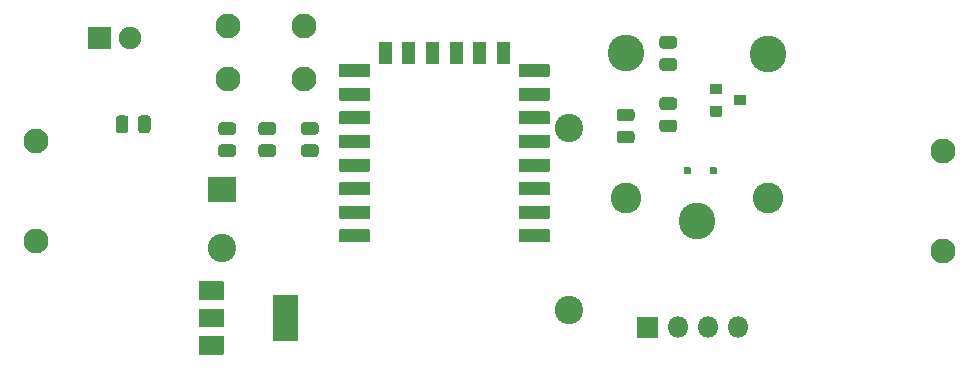
<source format=gbs>
G04 #@! TF.GenerationSoftware,KiCad,Pcbnew,5.1.12-84ad8e8a86~92~ubuntu20.04.1*
G04 #@! TF.CreationDate,2021-11-22T17:19:42+01:00*
G04 #@! TF.ProjectId,iotOnOff,696f744f-6e4f-4666-962e-6b696361645f,rev?*
G04 #@! TF.SameCoordinates,Original*
G04 #@! TF.FileFunction,Soldermask,Bot*
G04 #@! TF.FilePolarity,Negative*
%FSLAX46Y46*%
G04 Gerber Fmt 4.6, Leading zero omitted, Abs format (unit mm)*
G04 Created by KiCad (PCBNEW 5.1.12-84ad8e8a86~92~ubuntu20.04.1) date 2021-11-22 17:19:42*
%MOMM*%
%LPD*%
G01*
G04 APERTURE LIST*
%ADD10C,2.402000*%
%ADD11C,2.102000*%
%ADD12O,1.802000X1.802000*%
%ADD13C,2.602000*%
%ADD14C,3.102000*%
%ADD15C,1.902000*%
G04 APERTURE END LIST*
G36*
G01*
X127249000Y-100150000D02*
X127249000Y-99150000D01*
G75*
G02*
X127300000Y-99099000I51000J0D01*
G01*
X129800000Y-99099000D01*
G75*
G02*
X129851000Y-99150000I0J-51000D01*
G01*
X129851000Y-100150000D01*
G75*
G02*
X129800000Y-100201000I-51000J0D01*
G01*
X127300000Y-100201000D01*
G75*
G02*
X127249000Y-100150000I0J51000D01*
G01*
G37*
G36*
G01*
X127249000Y-98150000D02*
X127249000Y-97150000D01*
G75*
G02*
X127300000Y-97099000I51000J0D01*
G01*
X129800000Y-97099000D01*
G75*
G02*
X129851000Y-97150000I0J-51000D01*
G01*
X129851000Y-98150000D01*
G75*
G02*
X129800000Y-98201000I-51000J0D01*
G01*
X127300000Y-98201000D01*
G75*
G02*
X127249000Y-98150000I0J51000D01*
G01*
G37*
G36*
G01*
X127249000Y-96150000D02*
X127249000Y-95150000D01*
G75*
G02*
X127300000Y-95099000I51000J0D01*
G01*
X129800000Y-95099000D01*
G75*
G02*
X129851000Y-95150000I0J-51000D01*
G01*
X129851000Y-96150000D01*
G75*
G02*
X129800000Y-96201000I-51000J0D01*
G01*
X127300000Y-96201000D01*
G75*
G02*
X127249000Y-96150000I0J51000D01*
G01*
G37*
G36*
G01*
X127249000Y-94150000D02*
X127249000Y-93150000D01*
G75*
G02*
X127300000Y-93099000I51000J0D01*
G01*
X129800000Y-93099000D01*
G75*
G02*
X129851000Y-93150000I0J-51000D01*
G01*
X129851000Y-94150000D01*
G75*
G02*
X129800000Y-94201000I-51000J0D01*
G01*
X127300000Y-94201000D01*
G75*
G02*
X127249000Y-94150000I0J51000D01*
G01*
G37*
G36*
G01*
X127249000Y-92150000D02*
X127249000Y-91150000D01*
G75*
G02*
X127300000Y-91099000I51000J0D01*
G01*
X129800000Y-91099000D01*
G75*
G02*
X129851000Y-91150000I0J-51000D01*
G01*
X129851000Y-92150000D01*
G75*
G02*
X129800000Y-92201000I-51000J0D01*
G01*
X127300000Y-92201000D01*
G75*
G02*
X127249000Y-92150000I0J51000D01*
G01*
G37*
G36*
G01*
X127249000Y-90150000D02*
X127249000Y-89150000D01*
G75*
G02*
X127300000Y-89099000I51000J0D01*
G01*
X129800000Y-89099000D01*
G75*
G02*
X129851000Y-89150000I0J-51000D01*
G01*
X129851000Y-90150000D01*
G75*
G02*
X129800000Y-90201000I-51000J0D01*
G01*
X127300000Y-90201000D01*
G75*
G02*
X127249000Y-90150000I0J51000D01*
G01*
G37*
G36*
G01*
X127249000Y-88150000D02*
X127249000Y-87150000D01*
G75*
G02*
X127300000Y-87099000I51000J0D01*
G01*
X129800000Y-87099000D01*
G75*
G02*
X129851000Y-87150000I0J-51000D01*
G01*
X129851000Y-88150000D01*
G75*
G02*
X129800000Y-88201000I-51000J0D01*
G01*
X127300000Y-88201000D01*
G75*
G02*
X127249000Y-88150000I0J51000D01*
G01*
G37*
G36*
G01*
X127249000Y-86150000D02*
X127249000Y-85150000D01*
G75*
G02*
X127300000Y-85099000I51000J0D01*
G01*
X129800000Y-85099000D01*
G75*
G02*
X129851000Y-85150000I0J-51000D01*
G01*
X129851000Y-86150000D01*
G75*
G02*
X129800000Y-86201000I-51000J0D01*
G01*
X127300000Y-86201000D01*
G75*
G02*
X127249000Y-86150000I0J51000D01*
G01*
G37*
G36*
G01*
X130599000Y-85050000D02*
X130599000Y-83250000D01*
G75*
G02*
X130650000Y-83199000I51000J0D01*
G01*
X131650000Y-83199000D01*
G75*
G02*
X131701000Y-83250000I0J-51000D01*
G01*
X131701000Y-85050000D01*
G75*
G02*
X131650000Y-85101000I-51000J0D01*
G01*
X130650000Y-85101000D01*
G75*
G02*
X130599000Y-85050000I0J51000D01*
G01*
G37*
G36*
G01*
X132599000Y-85050000D02*
X132599000Y-83250000D01*
G75*
G02*
X132650000Y-83199000I51000J0D01*
G01*
X133650000Y-83199000D01*
G75*
G02*
X133701000Y-83250000I0J-51000D01*
G01*
X133701000Y-85050000D01*
G75*
G02*
X133650000Y-85101000I-51000J0D01*
G01*
X132650000Y-85101000D01*
G75*
G02*
X132599000Y-85050000I0J51000D01*
G01*
G37*
G36*
G01*
X134599000Y-85050000D02*
X134599000Y-83250000D01*
G75*
G02*
X134650000Y-83199000I51000J0D01*
G01*
X135650000Y-83199000D01*
G75*
G02*
X135701000Y-83250000I0J-51000D01*
G01*
X135701000Y-85050000D01*
G75*
G02*
X135650000Y-85101000I-51000J0D01*
G01*
X134650000Y-85101000D01*
G75*
G02*
X134599000Y-85050000I0J51000D01*
G01*
G37*
G36*
G01*
X136599000Y-85050000D02*
X136599000Y-83250000D01*
G75*
G02*
X136650000Y-83199000I51000J0D01*
G01*
X137650000Y-83199000D01*
G75*
G02*
X137701000Y-83250000I0J-51000D01*
G01*
X137701000Y-85050000D01*
G75*
G02*
X137650000Y-85101000I-51000J0D01*
G01*
X136650000Y-85101000D01*
G75*
G02*
X136599000Y-85050000I0J51000D01*
G01*
G37*
G36*
G01*
X138599000Y-85050000D02*
X138599000Y-83250000D01*
G75*
G02*
X138650000Y-83199000I51000J0D01*
G01*
X139650000Y-83199000D01*
G75*
G02*
X139701000Y-83250000I0J-51000D01*
G01*
X139701000Y-85050000D01*
G75*
G02*
X139650000Y-85101000I-51000J0D01*
G01*
X138650000Y-85101000D01*
G75*
G02*
X138599000Y-85050000I0J51000D01*
G01*
G37*
G36*
G01*
X140599000Y-85050000D02*
X140599000Y-83250000D01*
G75*
G02*
X140650000Y-83199000I51000J0D01*
G01*
X141650000Y-83199000D01*
G75*
G02*
X141701000Y-83250000I0J-51000D01*
G01*
X141701000Y-85050000D01*
G75*
G02*
X141650000Y-85101000I-51000J0D01*
G01*
X140650000Y-85101000D01*
G75*
G02*
X140599000Y-85050000I0J51000D01*
G01*
G37*
G36*
G01*
X142449000Y-86150000D02*
X142449000Y-85150000D01*
G75*
G02*
X142500000Y-85099000I51000J0D01*
G01*
X145000000Y-85099000D01*
G75*
G02*
X145051000Y-85150000I0J-51000D01*
G01*
X145051000Y-86150000D01*
G75*
G02*
X145000000Y-86201000I-51000J0D01*
G01*
X142500000Y-86201000D01*
G75*
G02*
X142449000Y-86150000I0J51000D01*
G01*
G37*
G36*
G01*
X142449000Y-88150000D02*
X142449000Y-87150000D01*
G75*
G02*
X142500000Y-87099000I51000J0D01*
G01*
X145000000Y-87099000D01*
G75*
G02*
X145051000Y-87150000I0J-51000D01*
G01*
X145051000Y-88150000D01*
G75*
G02*
X145000000Y-88201000I-51000J0D01*
G01*
X142500000Y-88201000D01*
G75*
G02*
X142449000Y-88150000I0J51000D01*
G01*
G37*
G36*
G01*
X142449000Y-90150000D02*
X142449000Y-89150000D01*
G75*
G02*
X142500000Y-89099000I51000J0D01*
G01*
X145000000Y-89099000D01*
G75*
G02*
X145051000Y-89150000I0J-51000D01*
G01*
X145051000Y-90150000D01*
G75*
G02*
X145000000Y-90201000I-51000J0D01*
G01*
X142500000Y-90201000D01*
G75*
G02*
X142449000Y-90150000I0J51000D01*
G01*
G37*
G36*
G01*
X142449000Y-92150000D02*
X142449000Y-91150000D01*
G75*
G02*
X142500000Y-91099000I51000J0D01*
G01*
X145000000Y-91099000D01*
G75*
G02*
X145051000Y-91150000I0J-51000D01*
G01*
X145051000Y-92150000D01*
G75*
G02*
X145000000Y-92201000I-51000J0D01*
G01*
X142500000Y-92201000D01*
G75*
G02*
X142449000Y-92150000I0J51000D01*
G01*
G37*
G36*
G01*
X142449000Y-94150000D02*
X142449000Y-93150000D01*
G75*
G02*
X142500000Y-93099000I51000J0D01*
G01*
X145000000Y-93099000D01*
G75*
G02*
X145051000Y-93150000I0J-51000D01*
G01*
X145051000Y-94150000D01*
G75*
G02*
X145000000Y-94201000I-51000J0D01*
G01*
X142500000Y-94201000D01*
G75*
G02*
X142449000Y-94150000I0J51000D01*
G01*
G37*
G36*
G01*
X142449000Y-96150000D02*
X142449000Y-95150000D01*
G75*
G02*
X142500000Y-95099000I51000J0D01*
G01*
X145000000Y-95099000D01*
G75*
G02*
X145051000Y-95150000I0J-51000D01*
G01*
X145051000Y-96150000D01*
G75*
G02*
X145000000Y-96201000I-51000J0D01*
G01*
X142500000Y-96201000D01*
G75*
G02*
X142449000Y-96150000I0J51000D01*
G01*
G37*
G36*
G01*
X142449000Y-98150000D02*
X142449000Y-97150000D01*
G75*
G02*
X142500000Y-97099000I51000J0D01*
G01*
X145000000Y-97099000D01*
G75*
G02*
X145051000Y-97150000I0J-51000D01*
G01*
X145051000Y-98150000D01*
G75*
G02*
X145000000Y-98201000I-51000J0D01*
G01*
X142500000Y-98201000D01*
G75*
G02*
X142449000Y-98150000I0J51000D01*
G01*
G37*
G36*
G01*
X142449000Y-100150000D02*
X142449000Y-99150000D01*
G75*
G02*
X142500000Y-99099000I51000J0D01*
G01*
X145000000Y-99099000D01*
G75*
G02*
X145051000Y-99150000I0J-51000D01*
G01*
X145051000Y-100150000D01*
G75*
G02*
X145000000Y-100201000I-51000J0D01*
G01*
X142500000Y-100201000D01*
G75*
G02*
X142449000Y-100150000I0J51000D01*
G01*
G37*
D10*
X146700000Y-105900000D03*
X117300000Y-100700000D03*
G36*
G01*
X116099000Y-96700000D02*
X116099000Y-94700000D01*
G75*
G02*
X116150000Y-94649000I51000J0D01*
G01*
X118450000Y-94649000D01*
G75*
G02*
X118501000Y-94700000I0J-51000D01*
G01*
X118501000Y-96700000D01*
G75*
G02*
X118450000Y-96751000I-51000J0D01*
G01*
X116150000Y-96751000D01*
G75*
G02*
X116099000Y-96700000I0J51000D01*
G01*
G37*
X146700000Y-90500000D03*
D11*
X124300000Y-81850000D03*
X124300000Y-86350000D03*
X117800000Y-81850000D03*
X117800000Y-86350000D03*
X178400000Y-92450000D03*
X178400000Y-100950000D03*
G36*
G01*
X154200000Y-108301000D02*
X152500000Y-108301000D01*
G75*
G02*
X152449000Y-108250000I0J51000D01*
G01*
X152449000Y-106550000D01*
G75*
G02*
X152500000Y-106499000I51000J0D01*
G01*
X154200000Y-106499000D01*
G75*
G02*
X154251000Y-106550000I0J-51000D01*
G01*
X154251000Y-108250000D01*
G75*
G02*
X154200000Y-108301000I-51000J0D01*
G01*
G37*
D12*
X155890000Y-107400000D03*
X158430000Y-107400000D03*
X160970000Y-107400000D03*
D11*
X101550000Y-100100000D03*
X101550000Y-91600000D03*
G36*
G01*
X121649000Y-108500000D02*
X121649000Y-104700000D01*
G75*
G02*
X121700000Y-104649000I51000J0D01*
G01*
X123700000Y-104649000D01*
G75*
G02*
X123751000Y-104700000I0J-51000D01*
G01*
X123751000Y-108500000D01*
G75*
G02*
X123700000Y-108551000I-51000J0D01*
G01*
X121700000Y-108551000D01*
G75*
G02*
X121649000Y-108500000I0J51000D01*
G01*
G37*
G36*
G01*
X115349000Y-107350000D02*
X115349000Y-105850000D01*
G75*
G02*
X115400000Y-105799000I51000J0D01*
G01*
X117400000Y-105799000D01*
G75*
G02*
X117451000Y-105850000I0J-51000D01*
G01*
X117451000Y-107350000D01*
G75*
G02*
X117400000Y-107401000I-51000J0D01*
G01*
X115400000Y-107401000D01*
G75*
G02*
X115349000Y-107350000I0J51000D01*
G01*
G37*
G36*
G01*
X115349000Y-105050000D02*
X115349000Y-103550000D01*
G75*
G02*
X115400000Y-103499000I51000J0D01*
G01*
X117400000Y-103499000D01*
G75*
G02*
X117451000Y-103550000I0J-51000D01*
G01*
X117451000Y-105050000D01*
G75*
G02*
X117400000Y-105101000I-51000J0D01*
G01*
X115400000Y-105101000D01*
G75*
G02*
X115349000Y-105050000I0J51000D01*
G01*
G37*
G36*
G01*
X115349000Y-109650000D02*
X115349000Y-108150000D01*
G75*
G02*
X115400000Y-108099000I51000J0D01*
G01*
X117400000Y-108099000D01*
G75*
G02*
X117451000Y-108150000I0J-51000D01*
G01*
X117451000Y-109650000D01*
G75*
G02*
X117400000Y-109701000I-51000J0D01*
G01*
X115400000Y-109701000D01*
G75*
G02*
X115349000Y-109650000I0J51000D01*
G01*
G37*
G36*
G01*
X125231750Y-92976000D02*
X124268250Y-92976000D01*
G75*
G02*
X123999000Y-92706750I0J269250D01*
G01*
X123999000Y-92168250D01*
G75*
G02*
X124268250Y-91899000I269250J0D01*
G01*
X125231750Y-91899000D01*
G75*
G02*
X125501000Y-92168250I0J-269250D01*
G01*
X125501000Y-92706750D01*
G75*
G02*
X125231750Y-92976000I-269250J0D01*
G01*
G37*
G36*
G01*
X125231750Y-91101000D02*
X124268250Y-91101000D01*
G75*
G02*
X123999000Y-90831750I0J269250D01*
G01*
X123999000Y-90293250D01*
G75*
G02*
X124268250Y-90024000I269250J0D01*
G01*
X125231750Y-90024000D01*
G75*
G02*
X125501000Y-90293250I0J-269250D01*
G01*
X125501000Y-90831750D01*
G75*
G02*
X125231750Y-91101000I-269250J0D01*
G01*
G37*
G36*
G01*
X108324000Y-90681750D02*
X108324000Y-89718250D01*
G75*
G02*
X108593250Y-89449000I269250J0D01*
G01*
X109131750Y-89449000D01*
G75*
G02*
X109401000Y-89718250I0J-269250D01*
G01*
X109401000Y-90681750D01*
G75*
G02*
X109131750Y-90951000I-269250J0D01*
G01*
X108593250Y-90951000D01*
G75*
G02*
X108324000Y-90681750I0J269250D01*
G01*
G37*
G36*
G01*
X110199000Y-90681750D02*
X110199000Y-89718250D01*
G75*
G02*
X110468250Y-89449000I269250J0D01*
G01*
X111006750Y-89449000D01*
G75*
G02*
X111276000Y-89718250I0J-269250D01*
G01*
X111276000Y-90681750D01*
G75*
G02*
X111006750Y-90951000I-269250J0D01*
G01*
X110468250Y-90951000D01*
G75*
G02*
X110199000Y-90681750I0J269250D01*
G01*
G37*
G36*
G01*
X155581750Y-85676000D02*
X154618250Y-85676000D01*
G75*
G02*
X154349000Y-85406750I0J269250D01*
G01*
X154349000Y-84868250D01*
G75*
G02*
X154618250Y-84599000I269250J0D01*
G01*
X155581750Y-84599000D01*
G75*
G02*
X155851000Y-84868250I0J-269250D01*
G01*
X155851000Y-85406750D01*
G75*
G02*
X155581750Y-85676000I-269250J0D01*
G01*
G37*
G36*
G01*
X155581750Y-83801000D02*
X154618250Y-83801000D01*
G75*
G02*
X154349000Y-83531750I0J269250D01*
G01*
X154349000Y-82993250D01*
G75*
G02*
X154618250Y-82724000I269250J0D01*
G01*
X155581750Y-82724000D01*
G75*
G02*
X155851000Y-82993250I0J-269250D01*
G01*
X155851000Y-83531750D01*
G75*
G02*
X155581750Y-83801000I-269250J0D01*
G01*
G37*
G36*
G01*
X154618250Y-87924000D02*
X155581750Y-87924000D01*
G75*
G02*
X155851000Y-88193250I0J-269250D01*
G01*
X155851000Y-88731750D01*
G75*
G02*
X155581750Y-89001000I-269250J0D01*
G01*
X154618250Y-89001000D01*
G75*
G02*
X154349000Y-88731750I0J269250D01*
G01*
X154349000Y-88193250D01*
G75*
G02*
X154618250Y-87924000I269250J0D01*
G01*
G37*
G36*
G01*
X154618250Y-89799000D02*
X155581750Y-89799000D01*
G75*
G02*
X155851000Y-90068250I0J-269250D01*
G01*
X155851000Y-90606750D01*
G75*
G02*
X155581750Y-90876000I-269250J0D01*
G01*
X154618250Y-90876000D01*
G75*
G02*
X154349000Y-90606750I0J269250D01*
G01*
X154349000Y-90068250D01*
G75*
G02*
X154618250Y-89799000I269250J0D01*
G01*
G37*
G36*
G01*
X117268250Y-90024000D02*
X118231750Y-90024000D01*
G75*
G02*
X118501000Y-90293250I0J-269250D01*
G01*
X118501000Y-90831750D01*
G75*
G02*
X118231750Y-91101000I-269250J0D01*
G01*
X117268250Y-91101000D01*
G75*
G02*
X116999000Y-90831750I0J269250D01*
G01*
X116999000Y-90293250D01*
G75*
G02*
X117268250Y-90024000I269250J0D01*
G01*
G37*
G36*
G01*
X117268250Y-91899000D02*
X118231750Y-91899000D01*
G75*
G02*
X118501000Y-92168250I0J-269250D01*
G01*
X118501000Y-92706750D01*
G75*
G02*
X118231750Y-92976000I-269250J0D01*
G01*
X117268250Y-92976000D01*
G75*
G02*
X116999000Y-92706750I0J269250D01*
G01*
X116999000Y-92168250D01*
G75*
G02*
X117268250Y-91899000I269250J0D01*
G01*
G37*
G36*
G01*
X158649000Y-89500000D02*
X158649000Y-88700000D01*
G75*
G02*
X158700000Y-88649000I51000J0D01*
G01*
X159600000Y-88649000D01*
G75*
G02*
X159651000Y-88700000I0J-51000D01*
G01*
X159651000Y-89500000D01*
G75*
G02*
X159600000Y-89551000I-51000J0D01*
G01*
X158700000Y-89551000D01*
G75*
G02*
X158649000Y-89500000I0J51000D01*
G01*
G37*
G36*
G01*
X158649000Y-87600000D02*
X158649000Y-86800000D01*
G75*
G02*
X158700000Y-86749000I51000J0D01*
G01*
X159600000Y-86749000D01*
G75*
G02*
X159651000Y-86800000I0J-51000D01*
G01*
X159651000Y-87600000D01*
G75*
G02*
X159600000Y-87651000I-51000J0D01*
G01*
X158700000Y-87651000D01*
G75*
G02*
X158649000Y-87600000I0J51000D01*
G01*
G37*
G36*
G01*
X160649000Y-88550000D02*
X160649000Y-87750000D01*
G75*
G02*
X160700000Y-87699000I51000J0D01*
G01*
X161600000Y-87699000D01*
G75*
G02*
X161651000Y-87750000I0J-51000D01*
G01*
X161651000Y-88550000D01*
G75*
G02*
X161600000Y-88601000I-51000J0D01*
G01*
X160700000Y-88601000D01*
G75*
G02*
X160649000Y-88550000I0J51000D01*
G01*
G37*
D13*
X163550000Y-96450000D03*
D14*
X163550000Y-84250000D03*
X151500000Y-84200000D03*
D13*
X151550000Y-96450000D03*
D14*
X157500000Y-98400000D03*
G36*
G01*
X105999000Y-83800000D02*
X105999000Y-82000000D01*
G75*
G02*
X106050000Y-81949000I51000J0D01*
G01*
X107850000Y-81949000D01*
G75*
G02*
X107901000Y-82000000I0J-51000D01*
G01*
X107901000Y-83800000D01*
G75*
G02*
X107850000Y-83851000I-51000J0D01*
G01*
X106050000Y-83851000D01*
G75*
G02*
X105999000Y-83800000I0J51000D01*
G01*
G37*
D15*
X109490000Y-82900000D03*
G36*
G01*
X156399000Y-94400000D02*
X156399000Y-93900000D01*
G75*
G02*
X156450000Y-93849000I51000J0D01*
G01*
X156950000Y-93849000D01*
G75*
G02*
X157001000Y-93900000I0J-51000D01*
G01*
X157001000Y-94400000D01*
G75*
G02*
X156950000Y-94451000I-51000J0D01*
G01*
X156450000Y-94451000D01*
G75*
G02*
X156399000Y-94400000I0J51000D01*
G01*
G37*
G36*
G01*
X158599000Y-94400000D02*
X158599000Y-93900000D01*
G75*
G02*
X158650000Y-93849000I51000J0D01*
G01*
X159150000Y-93849000D01*
G75*
G02*
X159201000Y-93900000I0J-51000D01*
G01*
X159201000Y-94400000D01*
G75*
G02*
X159150000Y-94451000I-51000J0D01*
G01*
X158650000Y-94451000D01*
G75*
G02*
X158599000Y-94400000I0J51000D01*
G01*
G37*
G36*
G01*
X121631750Y-92976000D02*
X120668250Y-92976000D01*
G75*
G02*
X120399000Y-92706750I0J269250D01*
G01*
X120399000Y-92168250D01*
G75*
G02*
X120668250Y-91899000I269250J0D01*
G01*
X121631750Y-91899000D01*
G75*
G02*
X121901000Y-92168250I0J-269250D01*
G01*
X121901000Y-92706750D01*
G75*
G02*
X121631750Y-92976000I-269250J0D01*
G01*
G37*
G36*
G01*
X121631750Y-91101000D02*
X120668250Y-91101000D01*
G75*
G02*
X120399000Y-90831750I0J269250D01*
G01*
X120399000Y-90293250D01*
G75*
G02*
X120668250Y-90024000I269250J0D01*
G01*
X121631750Y-90024000D01*
G75*
G02*
X121901000Y-90293250I0J-269250D01*
G01*
X121901000Y-90831750D01*
G75*
G02*
X121631750Y-91101000I-269250J0D01*
G01*
G37*
G36*
G01*
X151981750Y-91826000D02*
X151018250Y-91826000D01*
G75*
G02*
X150749000Y-91556750I0J269250D01*
G01*
X150749000Y-91018250D01*
G75*
G02*
X151018250Y-90749000I269250J0D01*
G01*
X151981750Y-90749000D01*
G75*
G02*
X152251000Y-91018250I0J-269250D01*
G01*
X152251000Y-91556750D01*
G75*
G02*
X151981750Y-91826000I-269250J0D01*
G01*
G37*
G36*
G01*
X151981750Y-89951000D02*
X151018250Y-89951000D01*
G75*
G02*
X150749000Y-89681750I0J269250D01*
G01*
X150749000Y-89143250D01*
G75*
G02*
X151018250Y-88874000I269250J0D01*
G01*
X151981750Y-88874000D01*
G75*
G02*
X152251000Y-89143250I0J-269250D01*
G01*
X152251000Y-89681750D01*
G75*
G02*
X151981750Y-89951000I-269250J0D01*
G01*
G37*
M02*

</source>
